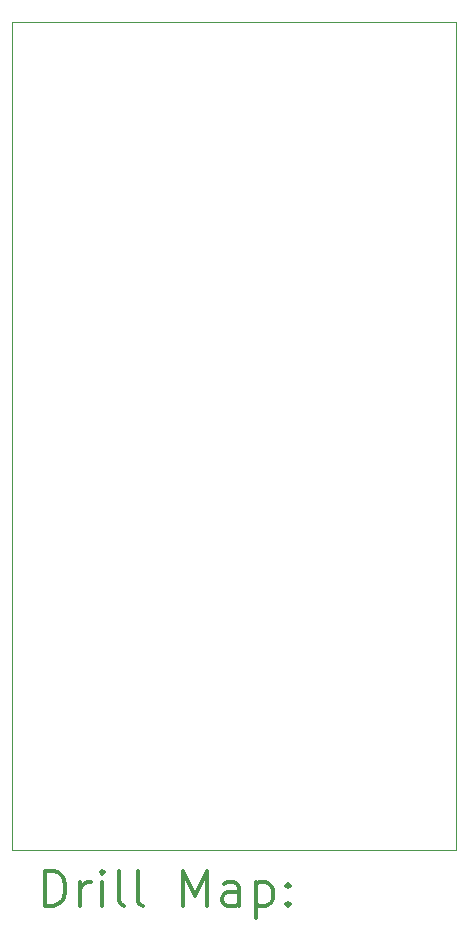
<source format=gbr>
%FSLAX45Y45*%
G04 Gerber Fmt 4.5, Leading zero omitted, Abs format (unit mm)*
G04 Created by KiCad (PCBNEW (5.1.4)-1) date 2019-11-27 15:40:36*
%MOMM*%
%LPD*%
G04 APERTURE LIST*
%ADD10C,0.100000*%
%ADD11C,0.200000*%
%ADD12C,0.300000*%
G04 APERTURE END LIST*
D10*
X3759200Y-9194800D02*
X3759200Y-2184400D01*
X7518400Y-9194800D02*
X3759200Y-9194800D01*
X7518400Y-2184400D02*
X7518400Y-9194800D01*
X3759200Y-2184400D02*
X7518400Y-2184400D01*
D11*
D12*
X4040628Y-9665514D02*
X4040628Y-9365514D01*
X4112057Y-9365514D01*
X4154914Y-9379800D01*
X4183486Y-9408372D01*
X4197771Y-9436943D01*
X4212057Y-9494086D01*
X4212057Y-9536943D01*
X4197771Y-9594086D01*
X4183486Y-9622657D01*
X4154914Y-9651229D01*
X4112057Y-9665514D01*
X4040628Y-9665514D01*
X4340628Y-9665514D02*
X4340628Y-9465514D01*
X4340628Y-9522657D02*
X4354914Y-9494086D01*
X4369200Y-9479800D01*
X4397771Y-9465514D01*
X4426343Y-9465514D01*
X4526343Y-9665514D02*
X4526343Y-9465514D01*
X4526343Y-9365514D02*
X4512057Y-9379800D01*
X4526343Y-9394086D01*
X4540628Y-9379800D01*
X4526343Y-9365514D01*
X4526343Y-9394086D01*
X4712057Y-9665514D02*
X4683486Y-9651229D01*
X4669200Y-9622657D01*
X4669200Y-9365514D01*
X4869200Y-9665514D02*
X4840628Y-9651229D01*
X4826343Y-9622657D01*
X4826343Y-9365514D01*
X5212057Y-9665514D02*
X5212057Y-9365514D01*
X5312057Y-9579800D01*
X5412057Y-9365514D01*
X5412057Y-9665514D01*
X5683486Y-9665514D02*
X5683486Y-9508372D01*
X5669200Y-9479800D01*
X5640628Y-9465514D01*
X5583486Y-9465514D01*
X5554914Y-9479800D01*
X5683486Y-9651229D02*
X5654914Y-9665514D01*
X5583486Y-9665514D01*
X5554914Y-9651229D01*
X5540628Y-9622657D01*
X5540628Y-9594086D01*
X5554914Y-9565514D01*
X5583486Y-9551229D01*
X5654914Y-9551229D01*
X5683486Y-9536943D01*
X5826343Y-9465514D02*
X5826343Y-9765514D01*
X5826343Y-9479800D02*
X5854914Y-9465514D01*
X5912057Y-9465514D01*
X5940628Y-9479800D01*
X5954914Y-9494086D01*
X5969200Y-9522657D01*
X5969200Y-9608372D01*
X5954914Y-9636943D01*
X5940628Y-9651229D01*
X5912057Y-9665514D01*
X5854914Y-9665514D01*
X5826343Y-9651229D01*
X6097771Y-9636943D02*
X6112057Y-9651229D01*
X6097771Y-9665514D01*
X6083486Y-9651229D01*
X6097771Y-9636943D01*
X6097771Y-9665514D01*
X6097771Y-9479800D02*
X6112057Y-9494086D01*
X6097771Y-9508372D01*
X6083486Y-9494086D01*
X6097771Y-9479800D01*
X6097771Y-9508372D01*
M02*

</source>
